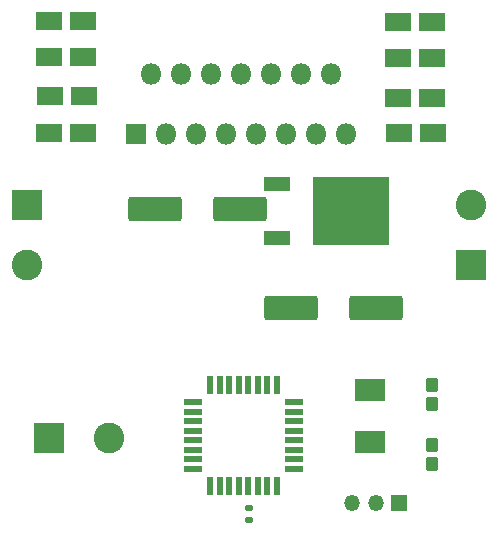
<source format=gbr>
%TF.GenerationSoftware,KiCad,Pcbnew,(6.0.5-0)*%
%TF.CreationDate,2022-06-28T13:52:29+02:00*%
%TF.ProjectId,JeepPCB,4a656570-5043-4422-9e6b-696361645f70,rev?*%
%TF.SameCoordinates,Original*%
%TF.FileFunction,Soldermask,Top*%
%TF.FilePolarity,Negative*%
%FSLAX46Y46*%
G04 Gerber Fmt 4.6, Leading zero omitted, Abs format (unit mm)*
G04 Created by KiCad (PCBNEW (6.0.5-0)) date 2022-06-28 13:52:29*
%MOMM*%
%LPD*%
G01*
G04 APERTURE LIST*
G04 Aperture macros list*
%AMRoundRect*
0 Rectangle with rounded corners*
0 $1 Rounding radius*
0 $2 $3 $4 $5 $6 $7 $8 $9 X,Y pos of 4 corners*
0 Add a 4 corners polygon primitive as box body*
4,1,4,$2,$3,$4,$5,$6,$7,$8,$9,$2,$3,0*
0 Add four circle primitives for the rounded corners*
1,1,$1+$1,$2,$3*
1,1,$1+$1,$4,$5*
1,1,$1+$1,$6,$7*
1,1,$1+$1,$8,$9*
0 Add four rect primitives between the rounded corners*
20,1,$1+$1,$2,$3,$4,$5,0*
20,1,$1+$1,$4,$5,$6,$7,0*
20,1,$1+$1,$6,$7,$8,$9,0*
20,1,$1+$1,$8,$9,$2,$3,0*%
G04 Aperture macros list end*
%ADD10R,2.200000X1.200000*%
%ADD11R,6.400000X5.800000*%
%ADD12RoundRect,0.250000X0.275000X-0.375000X0.275000X0.375000X-0.275000X0.375000X-0.275000X-0.375000X0*%
%ADD13R,2.200000X1.500000*%
%ADD14R,1.600000X0.550000*%
%ADD15R,0.550000X1.600000*%
%ADD16R,1.350000X1.350000*%
%ADD17O,1.350000X1.350000*%
%ADD18R,2.600000X2.600000*%
%ADD19C,2.600000*%
%ADD20R,2.500000X1.900000*%
%ADD21RoundRect,0.250001X-1.999999X-0.799999X1.999999X-0.799999X1.999999X0.799999X-1.999999X0.799999X0*%
%ADD22RoundRect,0.135000X0.185000X-0.135000X0.185000X0.135000X-0.185000X0.135000X-0.185000X-0.135000X0*%
%ADD23R,1.800000X1.800000*%
%ADD24O,1.800000X1.800000*%
G04 APERTURE END LIST*
D10*
%TO.C,RL1*%
X63800000Y-56720000D03*
D11*
X70100000Y-59000000D03*
D10*
X63800000Y-61280000D03*
%TD*%
D12*
%TO.C,C3*%
X77000000Y-80400000D03*
X77000000Y-78800000D03*
%TD*%
D13*
%TO.C,D4*%
X74100000Y-43000000D03*
X77000000Y-43000000D03*
%TD*%
%TO.C,D6*%
X44550000Y-52400000D03*
X47450000Y-52400000D03*
%TD*%
D14*
%TO.C,U1*%
X65250000Y-80800000D03*
X65250000Y-80000000D03*
X65250000Y-79200000D03*
X65250000Y-78400000D03*
X65250000Y-77600000D03*
X65250000Y-76800000D03*
X65250000Y-76000000D03*
X65250000Y-75200000D03*
D15*
X63800000Y-73750000D03*
X63000000Y-73750000D03*
X62200000Y-73750000D03*
X61400000Y-73750000D03*
X60600000Y-73750000D03*
X59800000Y-73750000D03*
X59000000Y-73750000D03*
X58200000Y-73750000D03*
D14*
X56750000Y-75200000D03*
X56750000Y-76000000D03*
X56750000Y-76800000D03*
X56750000Y-77600000D03*
X56750000Y-78400000D03*
X56750000Y-79200000D03*
X56750000Y-80000000D03*
X56750000Y-80800000D03*
D15*
X58200000Y-82250000D03*
X59000000Y-82250000D03*
X59800000Y-82250000D03*
X60600000Y-82250000D03*
X61400000Y-82250000D03*
X62200000Y-82250000D03*
X63000000Y-82250000D03*
X63800000Y-82250000D03*
%TD*%
D13*
%TO.C,D1*%
X74100000Y-49450000D03*
X77000000Y-49450000D03*
%TD*%
D16*
%TO.C,J1*%
X74200000Y-83700000D03*
D17*
X72200000Y-83700000D03*
X70200000Y-83700000D03*
%TD*%
D13*
%TO.C,D8*%
X44550000Y-42950000D03*
X47450000Y-42950000D03*
%TD*%
%TO.C,D2*%
X74150000Y-52350000D03*
X77050000Y-52350000D03*
%TD*%
%TO.C,D5*%
X44600000Y-49300000D03*
X47500000Y-49300000D03*
%TD*%
D18*
%TO.C,J_FRONT1*%
X42695000Y-58455000D03*
D19*
X42695000Y-63535000D03*
%TD*%
D20*
%TO.C,Y1*%
X71700000Y-74150000D03*
X71700000Y-78550000D03*
%TD*%
D21*
%TO.C,C2*%
X53550000Y-58850000D03*
X60750000Y-58850000D03*
%TD*%
D12*
%TO.C,C4*%
X77000000Y-75300000D03*
X77000000Y-73700000D03*
%TD*%
D22*
%TO.C,R1*%
X61450000Y-85160000D03*
X61450000Y-84140000D03*
%TD*%
D21*
%TO.C,C1*%
X65000000Y-67200000D03*
X72200000Y-67200000D03*
%TD*%
D18*
%TO.C,J_MAIN_POWER1*%
X44555000Y-78255000D03*
D19*
X49635000Y-78255000D03*
%TD*%
D13*
%TO.C,D7*%
X44550000Y-45950000D03*
X47450000Y-45950000D03*
%TD*%
%TO.C,D3*%
X74050000Y-46050000D03*
X76950000Y-46050000D03*
%TD*%
D23*
%TO.C,MotorFET1*%
X51905000Y-52435000D03*
D24*
X53175000Y-47355000D03*
X54445000Y-52435000D03*
X55715000Y-47355000D03*
X56985000Y-52435000D03*
X58255000Y-47355000D03*
X59525000Y-52435000D03*
X60795000Y-47355000D03*
X62065000Y-52435000D03*
X63335000Y-47355000D03*
X64605000Y-52435000D03*
X65875000Y-47355000D03*
X67145000Y-52435000D03*
X68415000Y-47355000D03*
X69685000Y-52435000D03*
%TD*%
D18*
%TO.C,J_BACK1*%
X80305000Y-63545000D03*
D19*
X80305000Y-58465000D03*
%TD*%
M02*

</source>
